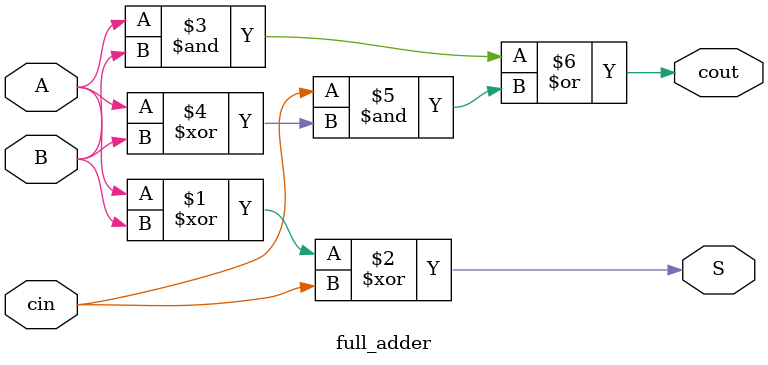
<source format=v>
module ripplecarryadder(SW, LEDR);
	 input [8:0] SW;
    output [4:0] LEDR;
	 
	 wire c1;
	 wire c2;
	 wire c3;
	 
	 full_adder f0(
	     .A(SW[0]),
		  .B(SW[4]),
		  .cin(SW[8]),
		  .S(LEDR[0]),
		  .cout(c1)
		  );
	 
	 full_adder f1(
	     .A(SW[1]),
		  .B(SW[5]),
		  .cin(c1),
		  .S(LEDR[1]),
		  .cout(c2)
		  );
	 
	 full_adder f2(
	     .A(SW[2]),
		  .B(SW[6]),
		  .cin(c2),
		  .S(LEDR[2]),
		  .cout(c3)
		  );
		  
	 full_adder f3(
	     .A(SW[3]),
		  .B(SW[7]),
		  .cin(c3),
		  .S(LEDR[3]),
		  .cout(LEDR[4])
		  );
endmodule

module full_adder(A, B, cin, S, cout);
	 input A, B, cin;
	 output S, cout;
	 
	 assign S = A ^ B ^ cin;
	 assign cout = (A & B) | (cin & (A ^ B));
endmodule

</source>
